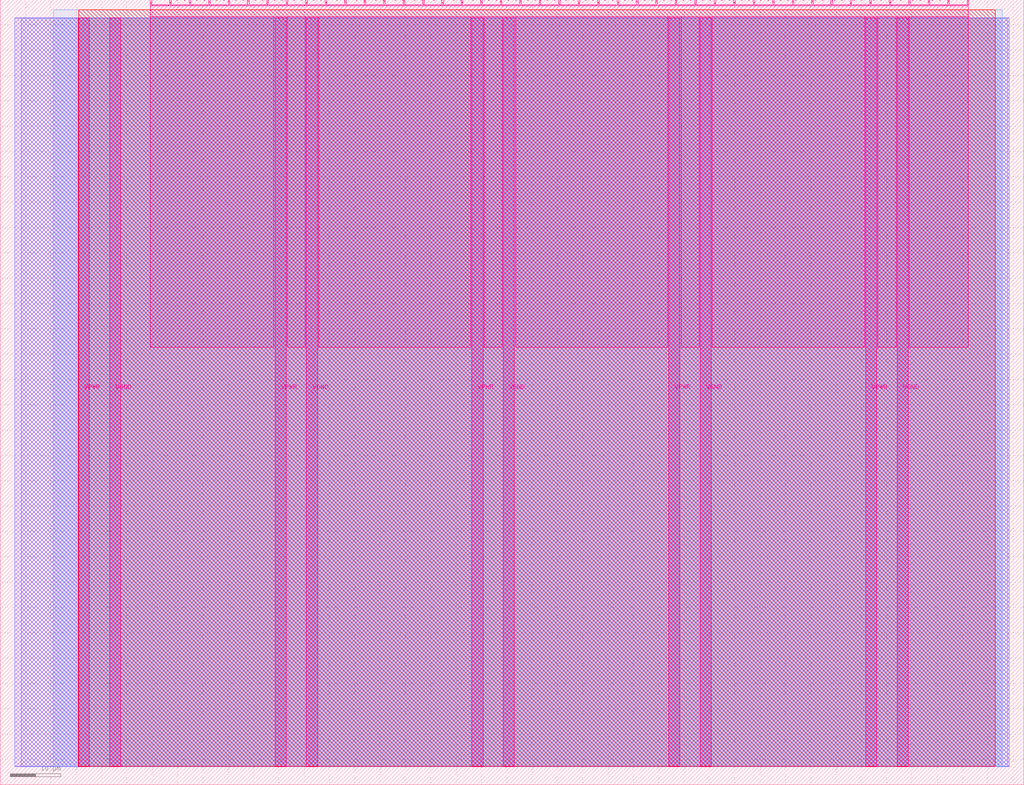
<source format=lef>
VERSION 5.7 ;
  NOWIREEXTENSIONATPIN ON ;
  DIVIDERCHAR "/" ;
  BUSBITCHARS "[]" ;
MACRO tt_um_led_matrix_ayla_lin
  CLASS BLOCK ;
  FOREIGN tt_um_led_matrix_ayla_lin ;
  ORIGIN 0.000 0.000 ;
  SIZE 202.080 BY 154.980 ;
  PIN VGND
    DIRECTION INOUT ;
    USE GROUND ;
    PORT
      LAYER Metal5 ;
        RECT 21.580 3.560 23.780 151.420 ;
    END
    PORT
      LAYER Metal5 ;
        RECT 60.450 3.560 62.650 151.420 ;
    END
    PORT
      LAYER Metal5 ;
        RECT 99.320 3.560 101.520 151.420 ;
    END
    PORT
      LAYER Metal5 ;
        RECT 138.190 3.560 140.390 151.420 ;
    END
    PORT
      LAYER Metal5 ;
        RECT 177.060 3.560 179.260 151.420 ;
    END
  END VGND
  PIN VPWR
    DIRECTION INOUT ;
    USE POWER ;
    PORT
      LAYER Metal5 ;
        RECT 15.380 3.560 17.580 151.420 ;
    END
    PORT
      LAYER Metal5 ;
        RECT 54.250 3.560 56.450 151.420 ;
    END
    PORT
      LAYER Metal5 ;
        RECT 93.120 3.560 95.320 151.420 ;
    END
    PORT
      LAYER Metal5 ;
        RECT 131.990 3.560 134.190 151.420 ;
    END
    PORT
      LAYER Metal5 ;
        RECT 170.860 3.560 173.060 151.420 ;
    END
  END VPWR
  PIN clk
    DIRECTION INPUT ;
    USE SIGNAL ;
    ANTENNAGATEAREA 0.213200 ;
    PORT
      LAYER Metal5 ;
        RECT 187.050 153.980 187.350 154.980 ;
    END
  END clk
  PIN ena
    DIRECTION INPUT ;
    USE SIGNAL ;
    ANTENNAGATEAREA 0.213200 ;
    PORT
      LAYER Metal5 ;
        RECT 190.890 153.980 191.190 154.980 ;
    END
  END ena
  PIN rst_n
    DIRECTION INPUT ;
    USE SIGNAL ;
    ANTENNAGATEAREA 0.426400 ;
    PORT
      LAYER Metal5 ;
        RECT 183.210 153.980 183.510 154.980 ;
    END
  END rst_n
  PIN ui_in[0]
    DIRECTION INPUT ;
    USE SIGNAL ;
    PORT
      LAYER Metal5 ;
        RECT 179.370 153.980 179.670 154.980 ;
    END
  END ui_in[0]
  PIN ui_in[1]
    DIRECTION INPUT ;
    USE SIGNAL ;
    PORT
      LAYER Metal5 ;
        RECT 175.530 153.980 175.830 154.980 ;
    END
  END ui_in[1]
  PIN ui_in[2]
    DIRECTION INPUT ;
    USE SIGNAL ;
    PORT
      LAYER Metal5 ;
        RECT 171.690 153.980 171.990 154.980 ;
    END
  END ui_in[2]
  PIN ui_in[3]
    DIRECTION INPUT ;
    USE SIGNAL ;
    PORT
      LAYER Metal5 ;
        RECT 167.850 153.980 168.150 154.980 ;
    END
  END ui_in[3]
  PIN ui_in[4]
    DIRECTION INPUT ;
    USE SIGNAL ;
    PORT
      LAYER Metal5 ;
        RECT 164.010 153.980 164.310 154.980 ;
    END
  END ui_in[4]
  PIN ui_in[5]
    DIRECTION INPUT ;
    USE SIGNAL ;
    PORT
      LAYER Metal5 ;
        RECT 160.170 153.980 160.470 154.980 ;
    END
  END ui_in[5]
  PIN ui_in[6]
    DIRECTION INPUT ;
    USE SIGNAL ;
    PORT
      LAYER Metal5 ;
        RECT 156.330 153.980 156.630 154.980 ;
    END
  END ui_in[6]
  PIN ui_in[7]
    DIRECTION INPUT ;
    USE SIGNAL ;
    PORT
      LAYER Metal5 ;
        RECT 152.490 153.980 152.790 154.980 ;
    END
  END ui_in[7]
  PIN uio_in[0]
    DIRECTION INPUT ;
    USE SIGNAL ;
    PORT
      LAYER Metal5 ;
        RECT 148.650 153.980 148.950 154.980 ;
    END
  END uio_in[0]
  PIN uio_in[1]
    DIRECTION INPUT ;
    USE SIGNAL ;
    PORT
      LAYER Metal5 ;
        RECT 144.810 153.980 145.110 154.980 ;
    END
  END uio_in[1]
  PIN uio_in[2]
    DIRECTION INPUT ;
    USE SIGNAL ;
    PORT
      LAYER Metal5 ;
        RECT 140.970 153.980 141.270 154.980 ;
    END
  END uio_in[2]
  PIN uio_in[3]
    DIRECTION INPUT ;
    USE SIGNAL ;
    PORT
      LAYER Metal5 ;
        RECT 137.130 153.980 137.430 154.980 ;
    END
  END uio_in[3]
  PIN uio_in[4]
    DIRECTION INPUT ;
    USE SIGNAL ;
    PORT
      LAYER Metal5 ;
        RECT 133.290 153.980 133.590 154.980 ;
    END
  END uio_in[4]
  PIN uio_in[5]
    DIRECTION INPUT ;
    USE SIGNAL ;
    PORT
      LAYER Metal5 ;
        RECT 129.450 153.980 129.750 154.980 ;
    END
  END uio_in[5]
  PIN uio_in[6]
    DIRECTION INPUT ;
    USE SIGNAL ;
    PORT
      LAYER Metal5 ;
        RECT 125.610 153.980 125.910 154.980 ;
    END
  END uio_in[6]
  PIN uio_in[7]
    DIRECTION INPUT ;
    USE SIGNAL ;
    PORT
      LAYER Metal5 ;
        RECT 121.770 153.980 122.070 154.980 ;
    END
  END uio_in[7]
  PIN uio_oe[0]
    DIRECTION OUTPUT ;
    USE SIGNAL ;
    ANTENNADIFFAREA 0.299200 ;
    PORT
      LAYER Metal5 ;
        RECT 56.490 153.980 56.790 154.980 ;
    END
  END uio_oe[0]
  PIN uio_oe[1]
    DIRECTION OUTPUT ;
    USE SIGNAL ;
    ANTENNADIFFAREA 0.299200 ;
    PORT
      LAYER Metal5 ;
        RECT 52.650 153.980 52.950 154.980 ;
    END
  END uio_oe[1]
  PIN uio_oe[2]
    DIRECTION OUTPUT ;
    USE SIGNAL ;
    ANTENNADIFFAREA 0.299200 ;
    PORT
      LAYER Metal5 ;
        RECT 48.810 153.980 49.110 154.980 ;
    END
  END uio_oe[2]
  PIN uio_oe[3]
    DIRECTION OUTPUT ;
    USE SIGNAL ;
    ANTENNADIFFAREA 0.299200 ;
    PORT
      LAYER Metal5 ;
        RECT 44.970 153.980 45.270 154.980 ;
    END
  END uio_oe[3]
  PIN uio_oe[4]
    DIRECTION OUTPUT ;
    USE SIGNAL ;
    ANTENNADIFFAREA 0.299200 ;
    PORT
      LAYER Metal5 ;
        RECT 41.130 153.980 41.430 154.980 ;
    END
  END uio_oe[4]
  PIN uio_oe[5]
    DIRECTION OUTPUT ;
    USE SIGNAL ;
    ANTENNADIFFAREA 0.299200 ;
    PORT
      LAYER Metal5 ;
        RECT 37.290 153.980 37.590 154.980 ;
    END
  END uio_oe[5]
  PIN uio_oe[6]
    DIRECTION OUTPUT ;
    USE SIGNAL ;
    ANTENNADIFFAREA 0.299200 ;
    PORT
      LAYER Metal5 ;
        RECT 33.450 153.980 33.750 154.980 ;
    END
  END uio_oe[6]
  PIN uio_oe[7]
    DIRECTION OUTPUT ;
    USE SIGNAL ;
    ANTENNADIFFAREA 0.299200 ;
    PORT
      LAYER Metal5 ;
        RECT 29.610 153.980 29.910 154.980 ;
    END
  END uio_oe[7]
  PIN uio_out[0]
    DIRECTION OUTPUT ;
    USE SIGNAL ;
    ANTENNADIFFAREA 0.299200 ;
    PORT
      LAYER Metal5 ;
        RECT 87.210 153.980 87.510 154.980 ;
    END
  END uio_out[0]
  PIN uio_out[1]
    DIRECTION OUTPUT ;
    USE SIGNAL ;
    ANTENNADIFFAREA 0.299200 ;
    PORT
      LAYER Metal5 ;
        RECT 83.370 153.980 83.670 154.980 ;
    END
  END uio_out[1]
  PIN uio_out[2]
    DIRECTION OUTPUT ;
    USE SIGNAL ;
    ANTENNADIFFAREA 0.299200 ;
    PORT
      LAYER Metal5 ;
        RECT 79.530 153.980 79.830 154.980 ;
    END
  END uio_out[2]
  PIN uio_out[3]
    DIRECTION OUTPUT ;
    USE SIGNAL ;
    ANTENNADIFFAREA 0.299200 ;
    PORT
      LAYER Metal5 ;
        RECT 75.690 153.980 75.990 154.980 ;
    END
  END uio_out[3]
  PIN uio_out[4]
    DIRECTION OUTPUT ;
    USE SIGNAL ;
    ANTENNADIFFAREA 0.299200 ;
    PORT
      LAYER Metal5 ;
        RECT 71.850 153.980 72.150 154.980 ;
    END
  END uio_out[4]
  PIN uio_out[5]
    DIRECTION OUTPUT ;
    USE SIGNAL ;
    ANTENNADIFFAREA 0.299200 ;
    PORT
      LAYER Metal5 ;
        RECT 68.010 153.980 68.310 154.980 ;
    END
  END uio_out[5]
  PIN uio_out[6]
    DIRECTION OUTPUT ;
    USE SIGNAL ;
    ANTENNADIFFAREA 0.299200 ;
    PORT
      LAYER Metal5 ;
        RECT 64.170 153.980 64.470 154.980 ;
    END
  END uio_out[6]
  PIN uio_out[7]
    DIRECTION OUTPUT ;
    USE SIGNAL ;
    ANTENNADIFFAREA 0.299200 ;
    PORT
      LAYER Metal5 ;
        RECT 60.330 153.980 60.630 154.980 ;
    END
  END uio_out[7]
  PIN uo_out[0]
    DIRECTION OUTPUT ;
    USE SIGNAL ;
    ANTENNADIFFAREA 0.654800 ;
    PORT
      LAYER Metal5 ;
        RECT 117.930 153.980 118.230 154.980 ;
    END
  END uo_out[0]
  PIN uo_out[1]
    DIRECTION OUTPUT ;
    USE SIGNAL ;
    ANTENNADIFFAREA 0.654800 ;
    PORT
      LAYER Metal5 ;
        RECT 114.090 153.980 114.390 154.980 ;
    END
  END uo_out[1]
  PIN uo_out[2]
    DIRECTION OUTPUT ;
    USE SIGNAL ;
    ANTENNADIFFAREA 0.654800 ;
    PORT
      LAYER Metal5 ;
        RECT 110.250 153.980 110.550 154.980 ;
    END
  END uo_out[2]
  PIN uo_out[3]
    DIRECTION OUTPUT ;
    USE SIGNAL ;
    ANTENNADIFFAREA 0.299200 ;
    PORT
      LAYER Metal5 ;
        RECT 106.410 153.980 106.710 154.980 ;
    END
  END uo_out[3]
  PIN uo_out[4]
    DIRECTION OUTPUT ;
    USE SIGNAL ;
    ANTENNADIFFAREA 0.299200 ;
    PORT
      LAYER Metal5 ;
        RECT 102.570 153.980 102.870 154.980 ;
    END
  END uo_out[4]
  PIN uo_out[5]
    DIRECTION OUTPUT ;
    USE SIGNAL ;
    ANTENNADIFFAREA 0.299200 ;
    PORT
      LAYER Metal5 ;
        RECT 98.730 153.980 99.030 154.980 ;
    END
  END uo_out[5]
  PIN uo_out[6]
    DIRECTION OUTPUT ;
    USE SIGNAL ;
    ANTENNADIFFAREA 0.299200 ;
    PORT
      LAYER Metal5 ;
        RECT 94.890 153.980 95.190 154.980 ;
    END
  END uo_out[6]
  PIN uo_out[7]
    DIRECTION OUTPUT ;
    USE SIGNAL ;
    ANTENNADIFFAREA 0.299200 ;
    PORT
      LAYER Metal5 ;
        RECT 91.050 153.980 91.350 154.980 ;
    END
  END uo_out[7]
  OBS
      LAYER GatPoly ;
        RECT 2.880 3.630 199.200 151.350 ;
      LAYER Metal1 ;
        RECT 2.880 3.560 199.200 151.420 ;
      LAYER Metal2 ;
        RECT 4.175 3.680 198.865 151.300 ;
      LAYER Metal3 ;
        RECT 10.460 3.635 197.860 153.025 ;
      LAYER Metal4 ;
        RECT 15.515 3.680 196.465 152.980 ;
      LAYER Metal5 ;
        RECT 30.120 153.770 33.240 153.980 ;
        RECT 33.960 153.770 37.080 153.980 ;
        RECT 37.800 153.770 40.920 153.980 ;
        RECT 41.640 153.770 44.760 153.980 ;
        RECT 45.480 153.770 48.600 153.980 ;
        RECT 49.320 153.770 52.440 153.980 ;
        RECT 53.160 153.770 56.280 153.980 ;
        RECT 57.000 153.770 60.120 153.980 ;
        RECT 60.840 153.770 63.960 153.980 ;
        RECT 64.680 153.770 67.800 153.980 ;
        RECT 68.520 153.770 71.640 153.980 ;
        RECT 72.360 153.770 75.480 153.980 ;
        RECT 76.200 153.770 79.320 153.980 ;
        RECT 80.040 153.770 83.160 153.980 ;
        RECT 83.880 153.770 87.000 153.980 ;
        RECT 87.720 153.770 90.840 153.980 ;
        RECT 91.560 153.770 94.680 153.980 ;
        RECT 95.400 153.770 98.520 153.980 ;
        RECT 99.240 153.770 102.360 153.980 ;
        RECT 103.080 153.770 106.200 153.980 ;
        RECT 106.920 153.770 110.040 153.980 ;
        RECT 110.760 153.770 113.880 153.980 ;
        RECT 114.600 153.770 117.720 153.980 ;
        RECT 118.440 153.770 121.560 153.980 ;
        RECT 122.280 153.770 125.400 153.980 ;
        RECT 126.120 153.770 129.240 153.980 ;
        RECT 129.960 153.770 133.080 153.980 ;
        RECT 133.800 153.770 136.920 153.980 ;
        RECT 137.640 153.770 140.760 153.980 ;
        RECT 141.480 153.770 144.600 153.980 ;
        RECT 145.320 153.770 148.440 153.980 ;
        RECT 149.160 153.770 152.280 153.980 ;
        RECT 153.000 153.770 156.120 153.980 ;
        RECT 156.840 153.770 159.960 153.980 ;
        RECT 160.680 153.770 163.800 153.980 ;
        RECT 164.520 153.770 167.640 153.980 ;
        RECT 168.360 153.770 171.480 153.980 ;
        RECT 172.200 153.770 175.320 153.980 ;
        RECT 176.040 153.770 179.160 153.980 ;
        RECT 179.880 153.770 183.000 153.980 ;
        RECT 183.720 153.770 186.840 153.980 ;
        RECT 187.560 153.770 190.680 153.980 ;
        RECT 29.660 151.630 191.140 153.770 ;
        RECT 29.660 86.375 54.040 151.630 ;
        RECT 56.660 86.375 60.240 151.630 ;
        RECT 62.860 86.375 92.910 151.630 ;
        RECT 95.530 86.375 99.110 151.630 ;
        RECT 101.730 86.375 131.780 151.630 ;
        RECT 134.400 86.375 137.980 151.630 ;
        RECT 140.600 86.375 170.650 151.630 ;
        RECT 173.270 86.375 176.850 151.630 ;
        RECT 179.470 86.375 191.140 151.630 ;
  END
END tt_um_led_matrix_ayla_lin
END LIBRARY


</source>
